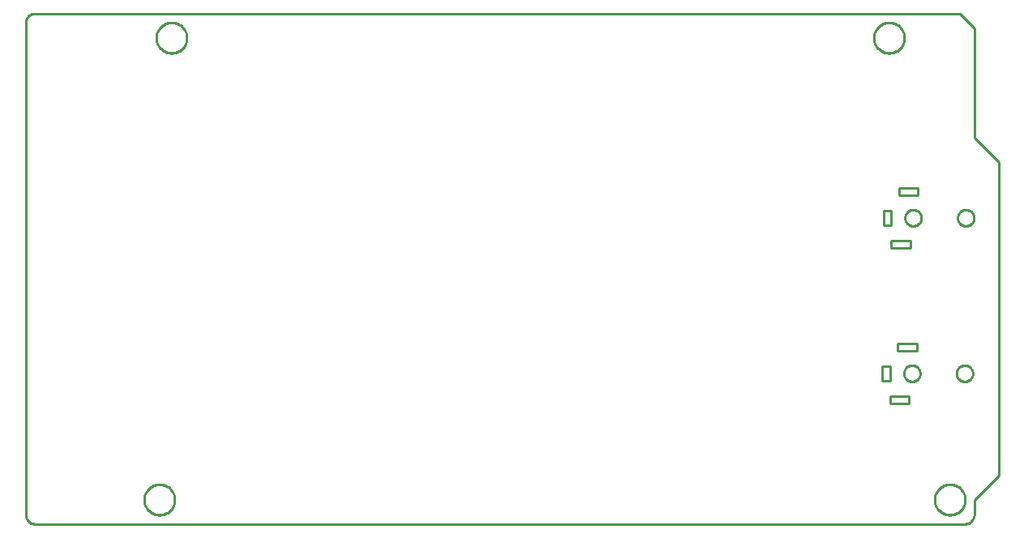
<source format=gbr>
G04 EAGLE Gerber RS-274X export*
G75*
%MOMM*%
%FSLAX34Y34*%
%LPD*%
%IN*%
%IPPOS*%
%AMOC8*
5,1,8,0,0,1.08239X$1,22.5*%
G01*
%ADD10C,0.100000*%
%ADD11C,0.254000*%


D10*
X910550Y180940D02*
X930550Y180940D01*
X930550Y188940D02*
X910550Y188940D01*
X902550Y164940D02*
X902550Y149940D01*
X894550Y149940D02*
X894550Y164940D01*
X902550Y125940D02*
X922550Y125940D01*
X922550Y133940D02*
X902550Y133940D01*
X922550Y133940D02*
X922550Y125940D01*
X902550Y125940D02*
X902550Y133940D01*
X930550Y180940D02*
X930550Y188940D01*
X910550Y188940D02*
X910550Y180940D01*
X902550Y164940D02*
X894550Y164940D01*
X894550Y149940D02*
X902550Y149940D01*
X911820Y343500D02*
X931820Y343500D01*
X931820Y351500D02*
X911820Y351500D01*
X903820Y327500D02*
X903820Y312500D01*
X895820Y312500D02*
X895820Y327500D01*
X903820Y288500D02*
X923820Y288500D01*
X923820Y296500D02*
X903820Y296500D01*
X923820Y296500D02*
X923820Y288500D01*
X903820Y288500D02*
X903820Y296500D01*
X931820Y343500D02*
X931820Y351500D01*
X911820Y351500D02*
X911820Y343500D01*
X903820Y327500D02*
X895820Y327500D01*
X895820Y312500D02*
X903820Y312500D01*
D11*
X-40Y10160D02*
X-2Y9288D01*
X112Y8424D01*
X301Y7572D01*
X563Y6740D01*
X897Y5934D01*
X1300Y5160D01*
X1768Y4424D01*
X2300Y3732D01*
X2889Y3089D01*
X3532Y2500D01*
X4224Y1968D01*
X4960Y1500D01*
X5734Y1097D01*
X6540Y763D01*
X7372Y501D01*
X8224Y312D01*
X9088Y198D01*
X9960Y160D01*
X980560Y160D01*
X981432Y198D01*
X982296Y312D01*
X983148Y501D01*
X983980Y763D01*
X984786Y1097D01*
X985560Y1500D01*
X986296Y1968D01*
X986988Y2500D01*
X987631Y3089D01*
X988220Y3732D01*
X988752Y4424D01*
X989220Y5160D01*
X989623Y5934D01*
X989957Y6740D01*
X990219Y7572D01*
X990408Y8424D01*
X990522Y9288D01*
X990560Y10160D01*
X990560Y25560D01*
X1015960Y50960D01*
X1015960Y378620D01*
X990560Y404020D01*
X990560Y518320D01*
X975320Y533560D01*
X9960Y533560D01*
X9088Y533522D01*
X8224Y533408D01*
X7372Y533219D01*
X6540Y532957D01*
X5734Y532623D01*
X4960Y532220D01*
X4224Y531752D01*
X3532Y531220D01*
X2889Y530631D01*
X2300Y529988D01*
X1768Y529296D01*
X1300Y528560D01*
X897Y527786D01*
X563Y526980D01*
X301Y526148D01*
X112Y525296D01*
X-2Y524432D01*
X-40Y523560D01*
X-40Y10160D01*
X903820Y288500D02*
X923820Y288500D01*
X923820Y296500D01*
X903820Y296500D01*
X903820Y288500D01*
X895820Y312500D02*
X903820Y312500D01*
X903820Y327500D01*
X895820Y327500D01*
X895820Y312500D01*
X911820Y343500D02*
X931820Y343500D01*
X931820Y351500D01*
X911820Y351500D01*
X911820Y343500D01*
X902550Y125940D02*
X922550Y125940D01*
X922550Y133940D01*
X902550Y133940D01*
X902550Y125940D01*
X910550Y180940D02*
X930550Y180940D01*
X930550Y188940D01*
X910550Y188940D01*
X910550Y180940D01*
X894550Y149940D02*
X902550Y149940D01*
X902550Y164940D01*
X894550Y164940D01*
X894550Y149940D01*
X981160Y25036D02*
X981092Y23991D01*
X980955Y22952D01*
X980750Y21925D01*
X980479Y20913D01*
X980143Y19921D01*
X979742Y18953D01*
X979278Y18014D01*
X978755Y17106D01*
X978173Y16235D01*
X977535Y15404D01*
X976844Y14617D01*
X976103Y13876D01*
X975316Y13185D01*
X974485Y12548D01*
X973614Y11966D01*
X972706Y11442D01*
X971767Y10978D01*
X970799Y10577D01*
X969807Y10241D01*
X968795Y9970D01*
X967768Y9765D01*
X966729Y9629D01*
X965684Y9560D01*
X964636Y9560D01*
X963591Y9629D01*
X962552Y9765D01*
X961525Y9970D01*
X960513Y10241D01*
X959521Y10577D01*
X958553Y10978D01*
X957614Y11442D01*
X956706Y11966D01*
X955835Y12548D01*
X955004Y13185D01*
X954217Y13876D01*
X953476Y14617D01*
X952785Y15404D01*
X952148Y16235D01*
X951566Y17106D01*
X951042Y18014D01*
X950578Y18953D01*
X950177Y19921D01*
X949841Y20913D01*
X949570Y21925D01*
X949365Y22952D01*
X949229Y23991D01*
X949160Y25036D01*
X949160Y26084D01*
X949229Y27129D01*
X949365Y28168D01*
X949570Y29195D01*
X949841Y30207D01*
X950177Y31199D01*
X950578Y32167D01*
X951042Y33106D01*
X951566Y34014D01*
X952148Y34885D01*
X952785Y35716D01*
X953476Y36503D01*
X954217Y37244D01*
X955004Y37935D01*
X955835Y38573D01*
X956706Y39155D01*
X957614Y39678D01*
X958553Y40142D01*
X959521Y40543D01*
X960513Y40879D01*
X961525Y41150D01*
X962552Y41355D01*
X963591Y41492D01*
X964636Y41560D01*
X965684Y41560D01*
X966729Y41492D01*
X967768Y41355D01*
X968795Y41150D01*
X969807Y40879D01*
X970799Y40543D01*
X971767Y40142D01*
X972706Y39678D01*
X973614Y39155D01*
X974485Y38573D01*
X975316Y37935D01*
X976103Y37244D01*
X976844Y36503D01*
X977535Y35716D01*
X978173Y34885D01*
X978755Y34014D01*
X979278Y33106D01*
X979742Y32167D01*
X980143Y31199D01*
X980479Y30207D01*
X980750Y29195D01*
X980955Y28168D01*
X981092Y27129D01*
X981160Y26084D01*
X981160Y25036D01*
X168360Y507636D02*
X168292Y506591D01*
X168155Y505552D01*
X167950Y504525D01*
X167679Y503513D01*
X167343Y502521D01*
X166942Y501553D01*
X166478Y500614D01*
X165955Y499706D01*
X165373Y498835D01*
X164735Y498004D01*
X164044Y497217D01*
X163303Y496476D01*
X162516Y495785D01*
X161685Y495148D01*
X160814Y494566D01*
X159906Y494042D01*
X158967Y493578D01*
X157999Y493177D01*
X157007Y492841D01*
X155995Y492570D01*
X154968Y492365D01*
X153929Y492229D01*
X152884Y492160D01*
X151836Y492160D01*
X150791Y492229D01*
X149752Y492365D01*
X148725Y492570D01*
X147713Y492841D01*
X146721Y493177D01*
X145753Y493578D01*
X144814Y494042D01*
X143906Y494566D01*
X143035Y495148D01*
X142204Y495785D01*
X141417Y496476D01*
X140676Y497217D01*
X139985Y498004D01*
X139348Y498835D01*
X138766Y499706D01*
X138242Y500614D01*
X137778Y501553D01*
X137377Y502521D01*
X137041Y503513D01*
X136770Y504525D01*
X136565Y505552D01*
X136429Y506591D01*
X136360Y507636D01*
X136360Y508684D01*
X136429Y509729D01*
X136565Y510768D01*
X136770Y511795D01*
X137041Y512807D01*
X137377Y513799D01*
X137778Y514767D01*
X138242Y515706D01*
X138766Y516614D01*
X139348Y517485D01*
X139985Y518316D01*
X140676Y519103D01*
X141417Y519844D01*
X142204Y520535D01*
X143035Y521173D01*
X143906Y521755D01*
X144814Y522278D01*
X145753Y522742D01*
X146721Y523143D01*
X147713Y523479D01*
X148725Y523750D01*
X149752Y523955D01*
X150791Y524092D01*
X151836Y524160D01*
X152884Y524160D01*
X153929Y524092D01*
X154968Y523955D01*
X155995Y523750D01*
X157007Y523479D01*
X157999Y523143D01*
X158967Y522742D01*
X159906Y522278D01*
X160814Y521755D01*
X161685Y521173D01*
X162516Y520535D01*
X163303Y519844D01*
X164044Y519103D01*
X164735Y518316D01*
X165373Y517485D01*
X165955Y516614D01*
X166478Y515706D01*
X166942Y514767D01*
X167343Y513799D01*
X167679Y512807D01*
X167950Y511795D01*
X168155Y510768D01*
X168292Y509729D01*
X168360Y508684D01*
X168360Y507636D01*
X917660Y507636D02*
X917592Y506591D01*
X917455Y505552D01*
X917250Y504525D01*
X916979Y503513D01*
X916643Y502521D01*
X916242Y501553D01*
X915778Y500614D01*
X915255Y499706D01*
X914673Y498835D01*
X914035Y498004D01*
X913344Y497217D01*
X912603Y496476D01*
X911816Y495785D01*
X910985Y495148D01*
X910114Y494566D01*
X909206Y494042D01*
X908267Y493578D01*
X907299Y493177D01*
X906307Y492841D01*
X905295Y492570D01*
X904268Y492365D01*
X903229Y492229D01*
X902184Y492160D01*
X901136Y492160D01*
X900091Y492229D01*
X899052Y492365D01*
X898025Y492570D01*
X897013Y492841D01*
X896021Y493177D01*
X895053Y493578D01*
X894114Y494042D01*
X893206Y494566D01*
X892335Y495148D01*
X891504Y495785D01*
X890717Y496476D01*
X889976Y497217D01*
X889285Y498004D01*
X888648Y498835D01*
X888066Y499706D01*
X887542Y500614D01*
X887078Y501553D01*
X886677Y502521D01*
X886341Y503513D01*
X886070Y504525D01*
X885865Y505552D01*
X885729Y506591D01*
X885660Y507636D01*
X885660Y508684D01*
X885729Y509729D01*
X885865Y510768D01*
X886070Y511795D01*
X886341Y512807D01*
X886677Y513799D01*
X887078Y514767D01*
X887542Y515706D01*
X888066Y516614D01*
X888648Y517485D01*
X889285Y518316D01*
X889976Y519103D01*
X890717Y519844D01*
X891504Y520535D01*
X892335Y521173D01*
X893206Y521755D01*
X894114Y522278D01*
X895053Y522742D01*
X896021Y523143D01*
X897013Y523479D01*
X898025Y523750D01*
X899052Y523955D01*
X900091Y524092D01*
X901136Y524160D01*
X902184Y524160D01*
X903229Y524092D01*
X904268Y523955D01*
X905295Y523750D01*
X906307Y523479D01*
X907299Y523143D01*
X908267Y522742D01*
X909206Y522278D01*
X910114Y521755D01*
X910985Y521173D01*
X911816Y520535D01*
X912603Y519844D01*
X913344Y519103D01*
X914035Y518316D01*
X914673Y517485D01*
X915255Y516614D01*
X915778Y515706D01*
X916242Y514767D01*
X916643Y513799D01*
X916979Y512807D01*
X917250Y511795D01*
X917455Y510768D01*
X917592Y509729D01*
X917660Y508684D01*
X917660Y507636D01*
X155660Y25036D02*
X155592Y23991D01*
X155455Y22952D01*
X155250Y21925D01*
X154979Y20913D01*
X154643Y19921D01*
X154242Y18953D01*
X153778Y18014D01*
X153255Y17106D01*
X152673Y16235D01*
X152035Y15404D01*
X151344Y14617D01*
X150603Y13876D01*
X149816Y13185D01*
X148985Y12548D01*
X148114Y11966D01*
X147206Y11442D01*
X146267Y10978D01*
X145299Y10577D01*
X144307Y10241D01*
X143295Y9970D01*
X142268Y9765D01*
X141229Y9629D01*
X140184Y9560D01*
X139136Y9560D01*
X138091Y9629D01*
X137052Y9765D01*
X136025Y9970D01*
X135013Y10241D01*
X134021Y10577D01*
X133053Y10978D01*
X132114Y11442D01*
X131206Y11966D01*
X130335Y12548D01*
X129504Y13185D01*
X128717Y13876D01*
X127976Y14617D01*
X127285Y15404D01*
X126648Y16235D01*
X126066Y17106D01*
X125542Y18014D01*
X125078Y18953D01*
X124677Y19921D01*
X124341Y20913D01*
X124070Y21925D01*
X123865Y22952D01*
X123729Y23991D01*
X123660Y25036D01*
X123660Y26084D01*
X123729Y27129D01*
X123865Y28168D01*
X124070Y29195D01*
X124341Y30207D01*
X124677Y31199D01*
X125078Y32167D01*
X125542Y33106D01*
X126066Y34014D01*
X126648Y34885D01*
X127285Y35716D01*
X127976Y36503D01*
X128717Y37244D01*
X129504Y37935D01*
X130335Y38573D01*
X131206Y39155D01*
X132114Y39678D01*
X133053Y40142D01*
X134021Y40543D01*
X135013Y40879D01*
X136025Y41150D01*
X137052Y41355D01*
X138091Y41492D01*
X139136Y41560D01*
X140184Y41560D01*
X141229Y41492D01*
X142268Y41355D01*
X143295Y41150D01*
X144307Y40879D01*
X145299Y40543D01*
X146267Y40142D01*
X147206Y39678D01*
X148114Y39155D01*
X148985Y38573D01*
X149816Y37935D01*
X150603Y37244D01*
X151344Y36503D01*
X152035Y35716D01*
X152673Y34885D01*
X153255Y34014D01*
X153778Y33106D01*
X154242Y32167D01*
X154643Y31199D01*
X154979Y30207D01*
X155250Y29195D01*
X155455Y28168D01*
X155592Y27129D01*
X155660Y26084D01*
X155660Y25036D01*
X980179Y148940D02*
X979439Y149005D01*
X978709Y149134D01*
X977992Y149326D01*
X977294Y149580D01*
X976621Y149893D01*
X975979Y150264D01*
X975371Y150690D01*
X974802Y151167D01*
X974277Y151692D01*
X973800Y152261D01*
X973374Y152869D01*
X973003Y153511D01*
X972690Y154184D01*
X972436Y154882D01*
X972244Y155599D01*
X972115Y156329D01*
X972050Y157069D01*
X972050Y157811D01*
X972115Y158551D01*
X972244Y159282D01*
X972436Y159998D01*
X972690Y160696D01*
X973003Y161369D01*
X973374Y162011D01*
X973800Y162619D01*
X974277Y163188D01*
X974802Y163713D01*
X975371Y164190D01*
X975979Y164616D01*
X976621Y164987D01*
X977294Y165300D01*
X977992Y165554D01*
X978709Y165746D01*
X979439Y165875D01*
X980179Y165940D01*
X980921Y165940D01*
X981661Y165875D01*
X982392Y165746D01*
X983108Y165554D01*
X983806Y165300D01*
X984479Y164987D01*
X985121Y164616D01*
X985729Y164190D01*
X986298Y163713D01*
X986823Y163188D01*
X987300Y162619D01*
X987726Y162011D01*
X988097Y161369D01*
X988410Y160696D01*
X988664Y159998D01*
X988856Y159282D01*
X988985Y158551D01*
X989050Y157811D01*
X989050Y157069D01*
X988985Y156329D01*
X988856Y155599D01*
X988664Y154882D01*
X988410Y154184D01*
X988097Y153511D01*
X987726Y152869D01*
X987300Y152261D01*
X986823Y151692D01*
X986298Y151167D01*
X985729Y150690D01*
X985121Y150264D01*
X984479Y149893D01*
X983806Y149580D01*
X983108Y149326D01*
X982392Y149134D01*
X981661Y149005D01*
X980921Y148940D01*
X980179Y148940D01*
X925179Y148940D02*
X924439Y149005D01*
X923709Y149134D01*
X922992Y149326D01*
X922294Y149580D01*
X921621Y149893D01*
X920979Y150264D01*
X920371Y150690D01*
X919802Y151167D01*
X919277Y151692D01*
X918800Y152261D01*
X918374Y152869D01*
X918003Y153511D01*
X917690Y154184D01*
X917436Y154882D01*
X917244Y155599D01*
X917115Y156329D01*
X917050Y157069D01*
X917050Y157811D01*
X917115Y158551D01*
X917244Y159282D01*
X917436Y159998D01*
X917690Y160696D01*
X918003Y161369D01*
X918374Y162011D01*
X918800Y162619D01*
X919277Y163188D01*
X919802Y163713D01*
X920371Y164190D01*
X920979Y164616D01*
X921621Y164987D01*
X922294Y165300D01*
X922992Y165554D01*
X923709Y165746D01*
X924439Y165875D01*
X925179Y165940D01*
X925921Y165940D01*
X926661Y165875D01*
X927392Y165746D01*
X928108Y165554D01*
X928806Y165300D01*
X929479Y164987D01*
X930121Y164616D01*
X930729Y164190D01*
X931298Y163713D01*
X931823Y163188D01*
X932300Y162619D01*
X932726Y162011D01*
X933097Y161369D01*
X933410Y160696D01*
X933664Y159998D01*
X933856Y159282D01*
X933985Y158551D01*
X934050Y157811D01*
X934050Y157069D01*
X933985Y156329D01*
X933856Y155599D01*
X933664Y154882D01*
X933410Y154184D01*
X933097Y153511D01*
X932726Y152869D01*
X932300Y152261D01*
X931823Y151692D01*
X931298Y151167D01*
X930729Y150690D01*
X930121Y150264D01*
X929479Y149893D01*
X928806Y149580D01*
X928108Y149326D01*
X927392Y149134D01*
X926661Y149005D01*
X925921Y148940D01*
X925179Y148940D01*
X981449Y311500D02*
X980709Y311565D01*
X979979Y311694D01*
X979262Y311886D01*
X978564Y312140D01*
X977891Y312453D01*
X977249Y312824D01*
X976641Y313250D01*
X976072Y313727D01*
X975547Y314252D01*
X975070Y314821D01*
X974644Y315429D01*
X974273Y316071D01*
X973960Y316744D01*
X973706Y317442D01*
X973514Y318159D01*
X973385Y318889D01*
X973320Y319629D01*
X973320Y320371D01*
X973385Y321111D01*
X973514Y321842D01*
X973706Y322558D01*
X973960Y323256D01*
X974273Y323929D01*
X974644Y324571D01*
X975070Y325179D01*
X975547Y325748D01*
X976072Y326273D01*
X976641Y326750D01*
X977249Y327176D01*
X977891Y327547D01*
X978564Y327860D01*
X979262Y328114D01*
X979979Y328306D01*
X980709Y328435D01*
X981449Y328500D01*
X982191Y328500D01*
X982931Y328435D01*
X983662Y328306D01*
X984378Y328114D01*
X985076Y327860D01*
X985749Y327547D01*
X986391Y327176D01*
X986999Y326750D01*
X987568Y326273D01*
X988093Y325748D01*
X988570Y325179D01*
X988996Y324571D01*
X989367Y323929D01*
X989680Y323256D01*
X989934Y322558D01*
X990126Y321842D01*
X990255Y321111D01*
X990320Y320371D01*
X990320Y319629D01*
X990255Y318889D01*
X990126Y318159D01*
X989934Y317442D01*
X989680Y316744D01*
X989367Y316071D01*
X988996Y315429D01*
X988570Y314821D01*
X988093Y314252D01*
X987568Y313727D01*
X986999Y313250D01*
X986391Y312824D01*
X985749Y312453D01*
X985076Y312140D01*
X984378Y311886D01*
X983662Y311694D01*
X982931Y311565D01*
X982191Y311500D01*
X981449Y311500D01*
X926449Y311500D02*
X925709Y311565D01*
X924979Y311694D01*
X924262Y311886D01*
X923564Y312140D01*
X922891Y312453D01*
X922249Y312824D01*
X921641Y313250D01*
X921072Y313727D01*
X920547Y314252D01*
X920070Y314821D01*
X919644Y315429D01*
X919273Y316071D01*
X918960Y316744D01*
X918706Y317442D01*
X918514Y318159D01*
X918385Y318889D01*
X918320Y319629D01*
X918320Y320371D01*
X918385Y321111D01*
X918514Y321842D01*
X918706Y322558D01*
X918960Y323256D01*
X919273Y323929D01*
X919644Y324571D01*
X920070Y325179D01*
X920547Y325748D01*
X921072Y326273D01*
X921641Y326750D01*
X922249Y327176D01*
X922891Y327547D01*
X923564Y327860D01*
X924262Y328114D01*
X924979Y328306D01*
X925709Y328435D01*
X926449Y328500D01*
X927191Y328500D01*
X927931Y328435D01*
X928662Y328306D01*
X929378Y328114D01*
X930076Y327860D01*
X930749Y327547D01*
X931391Y327176D01*
X931999Y326750D01*
X932568Y326273D01*
X933093Y325748D01*
X933570Y325179D01*
X933996Y324571D01*
X934367Y323929D01*
X934680Y323256D01*
X934934Y322558D01*
X935126Y321842D01*
X935255Y321111D01*
X935320Y320371D01*
X935320Y319629D01*
X935255Y318889D01*
X935126Y318159D01*
X934934Y317442D01*
X934680Y316744D01*
X934367Y316071D01*
X933996Y315429D01*
X933570Y314821D01*
X933093Y314252D01*
X932568Y313727D01*
X931999Y313250D01*
X931391Y312824D01*
X930749Y312453D01*
X930076Y312140D01*
X929378Y311886D01*
X928662Y311694D01*
X927931Y311565D01*
X927191Y311500D01*
X926449Y311500D01*
M02*

</source>
